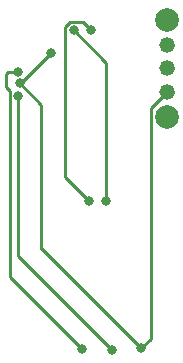
<source format=gbr>
%TF.GenerationSoftware,KiCad,Pcbnew,7.0.9*%
%TF.CreationDate,2024-01-18T21:49:24+01:00*%
%TF.ProjectId,pcb-design,7063622d-6465-4736-9967-6e2e6b696361,rev?*%
%TF.SameCoordinates,Original*%
%TF.FileFunction,Copper,L2,Bot*%
%TF.FilePolarity,Positive*%
%FSLAX46Y46*%
G04 Gerber Fmt 4.6, Leading zero omitted, Abs format (unit mm)*
G04 Created by KiCad (PCBNEW 7.0.9) date 2024-01-18 21:49:24*
%MOMM*%
%LPD*%
G01*
G04 APERTURE LIST*
%TA.AperFunction,ComponentPad*%
%ADD10C,1.320800*%
%TD*%
%TA.AperFunction,ComponentPad*%
%ADD11C,2.006600*%
%TD*%
%TA.AperFunction,ViaPad*%
%ADD12C,0.800000*%
%TD*%
%TA.AperFunction,Conductor*%
%ADD13C,0.250000*%
%TD*%
G04 APERTURE END LIST*
D10*
%TO.P,U2,1,1*%
%TO.N,Net-(U4-GND)*%
X156822000Y-126382001D03*
%TO.P,U2,2,2*%
%TO.N,unconnected-(U2-Pad2)*%
X156822000Y-124382000D03*
%TO.P,U2,3,3*%
%TO.N,Net-(U4-PA02_A0_D0)*%
X156822000Y-122381999D03*
D11*
%TO.P,U2,4*%
%TO.N,N/C*%
X156822000Y-128484100D03*
%TO.P,U2,5*%
X156822000Y-120279900D03*
%TD*%
D12*
%TO.N,Net-(U4-3V3)*%
X152217000Y-148185000D03*
X144272000Y-126746000D03*
%TO.N,Net-(U4-PA6_A10_D10_MOSI)*%
X149672750Y-148160000D03*
X144232000Y-124646000D03*
%TO.N,Net-(U1--)*%
X151723000Y-135638000D03*
X148941000Y-121166000D03*
%TO.N,Net-(U1-+)*%
X150441000Y-121166000D03*
X150263000Y-135638000D03*
%TO.N,Net-(U4-GND)*%
X154686000Y-148082000D03*
X144377000Y-125653000D03*
X147069000Y-123097000D03*
%TD*%
D13*
%TO.N,Net-(U4-3V3)*%
X144272000Y-126746000D02*
X144272000Y-140240000D01*
X144272000Y-140240000D02*
X152217000Y-148185000D01*
%TO.N,Net-(U4-PA6_A10_D10_MOSI)*%
X143547000Y-126326604D02*
X143547000Y-142034250D01*
X143372000Y-124646000D02*
X143208000Y-124810000D01*
X143547000Y-142034250D02*
X149672750Y-148160000D01*
X144232000Y-124646000D02*
X143372000Y-124646000D01*
X143208000Y-125987604D02*
X143547000Y-126326604D01*
X143208000Y-124810000D02*
X143208000Y-125987604D01*
%TO.N,Net-(U1--)*%
X151723000Y-135638000D02*
X151723000Y-123948000D01*
X151723000Y-123948000D02*
X148941000Y-121166000D01*
%TO.N,Net-(U1-+)*%
X148640695Y-120441000D02*
X149716000Y-120441000D01*
X148216000Y-133591000D02*
X148216000Y-120865695D01*
X150263000Y-135638000D02*
X148216000Y-133591000D01*
X148216000Y-120865695D02*
X148640695Y-120441000D01*
X149716000Y-120441000D02*
X150441000Y-121166000D01*
%TO.N,Net-(U4-GND)*%
X156822000Y-126382001D02*
X155493700Y-127710301D01*
X144377000Y-125653000D02*
X146162000Y-127438000D01*
X146231000Y-139627000D02*
X154686000Y-148082000D01*
X146162000Y-127438000D02*
X146162000Y-139627000D01*
X144484000Y-125653000D02*
X147069000Y-123068000D01*
X144377000Y-125653000D02*
X144484000Y-125653000D01*
X155493700Y-127710301D02*
X155493700Y-147274300D01*
X155493700Y-147274300D02*
X154686000Y-148082000D01*
X146162000Y-139627000D02*
X146231000Y-139627000D01*
%TD*%
M02*

</source>
